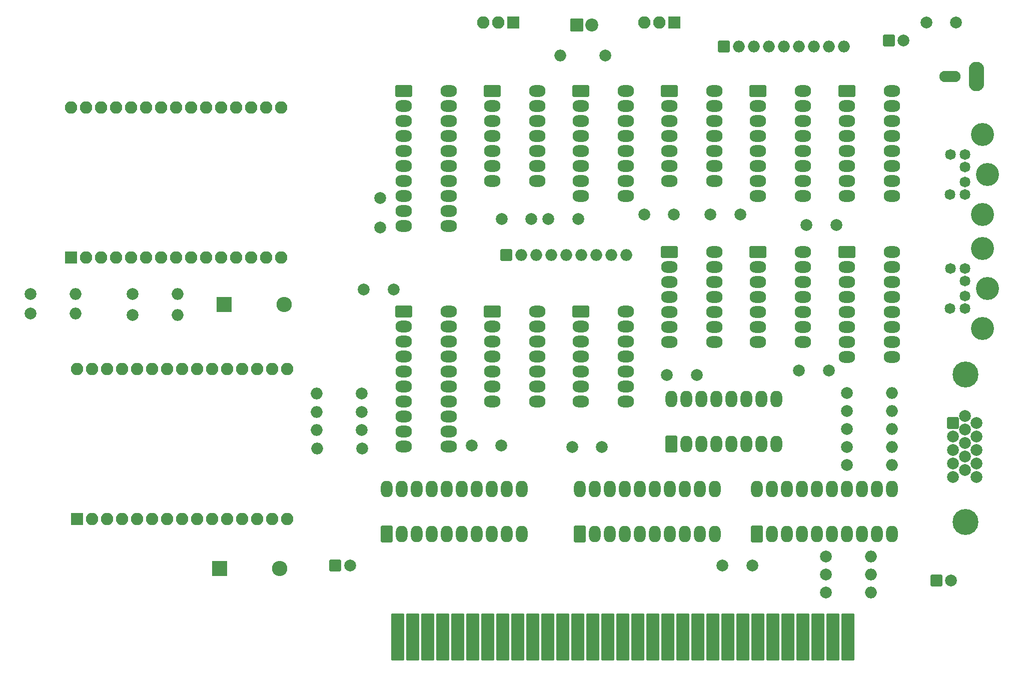
<source format=gbr>
%TF.GenerationSoftware,KiCad,Pcbnew,8.0.6*%
%TF.CreationDate,2025-06-14T16:57:26-05:00*%
%TF.ProjectId,DUALESP,4455414c-4553-4502-9e6b-696361645f70,V1*%
%TF.SameCoordinates,Original*%
%TF.FileFunction,Soldermask,Top*%
%TF.FilePolarity,Negative*%
%FSLAX46Y46*%
G04 Gerber Fmt 4.6, Leading zero omitted, Abs format (unit mm)*
G04 Created by KiCad (PCBNEW 8.0.6) date 2025-06-14 16:57:26*
%MOMM*%
%LPD*%
G01*
G04 APERTURE LIST*
G04 Aperture macros list*
%AMRoundRect*
0 Rectangle with rounded corners*
0 $1 Rounding radius*
0 $2 $3 $4 $5 $6 $7 $8 $9 X,Y pos of 4 corners*
0 Add a 4 corners polygon primitive as box body*
4,1,4,$2,$3,$4,$5,$6,$7,$8,$9,$2,$3,0*
0 Add four circle primitives for the rounded corners*
1,1,$1+$1,$2,$3*
1,1,$1+$1,$4,$5*
1,1,$1+$1,$6,$7*
1,1,$1+$1,$8,$9*
0 Add four rect primitives between the rounded corners*
20,1,$1+$1,$2,$3,$4,$5,0*
20,1,$1+$1,$4,$5,$6,$7,0*
20,1,$1+$1,$6,$7,$8,$9,0*
20,1,$1+$1,$8,$9,$2,$3,0*%
G04 Aperture macros list end*
%ADD10RoundRect,0.200000X0.800000X-1.200000X0.800000X1.200000X-0.800000X1.200000X-0.800000X-1.200000X0*%
%ADD11O,2.000000X2.800000*%
%ADD12RoundRect,0.200000X0.850000X-0.850000X0.850000X0.850000X-0.850000X0.850000X-0.850000X-0.850000X0*%
%ADD13O,2.100000X2.100000*%
%ADD14C,2.000000*%
%ADD15O,2.000000X2.000000*%
%ADD16RoundRect,0.200000X-1.200000X-0.800000X1.200000X-0.800000X1.200000X0.800000X-1.200000X0.800000X0*%
%ADD17O,2.800000X2.000000*%
%ADD18RoundRect,0.200000X-0.800000X-0.800000X0.800000X-0.800000X0.800000X0.800000X-0.800000X0.800000X0*%
%ADD19RoundRect,0.200000X-0.850000X0.850000X-0.850000X-0.850000X0.850000X-0.850000X0.850000X0.850000X0*%
%ADD20RoundRect,0.200000X-1.100000X-1.100000X1.100000X-1.100000X1.100000X1.100000X-1.100000X1.100000X0*%
%ADD21O,2.600000X2.600000*%
%ADD22O,2.604000X5.004000*%
%ADD23O,3.604000X1.904000*%
%ADD24C,4.400000*%
%ADD25RoundRect,0.200000X0.800000X-0.800000X0.800000X0.800000X-0.800000X0.800000X-0.800000X-0.800000X0*%
%ADD26C,1.822400*%
%ADD27C,3.897580*%
%ADD28RoundRect,0.200000X-0.890000X-3.810000X0.890000X-3.810000X0.890000X3.810000X-0.890000X3.810000X0*%
%ADD29RoundRect,0.200000X-0.900000X-0.900000X0.900000X-0.900000X0.900000X0.900000X-0.900000X0.900000X0*%
%ADD30C,2.200000*%
G04 APERTURE END LIST*
D10*
%TO.C,U9*%
X144840000Y-125000000D03*
D11*
X147380000Y-125000000D03*
X149920000Y-125000000D03*
X152460000Y-125000000D03*
X155000000Y-125000000D03*
X157540000Y-125000000D03*
X160080000Y-125000000D03*
X162620000Y-125000000D03*
X165160000Y-125000000D03*
X167700000Y-125000000D03*
X167700000Y-117380000D03*
X165160000Y-117380000D03*
X162620000Y-117380000D03*
X160080000Y-117380000D03*
X157540000Y-117380000D03*
X155000000Y-117380000D03*
X152460000Y-117380000D03*
X149920000Y-117380000D03*
X147380000Y-117380000D03*
X144840000Y-117380000D03*
%TD*%
D12*
%TO.C,U16*%
X58699400Y-78155800D03*
D13*
X61239400Y-78155800D03*
X63779400Y-78155800D03*
X66319400Y-78155800D03*
X68859400Y-78155800D03*
X71399400Y-78155800D03*
X73939400Y-78155800D03*
X76479400Y-78155800D03*
X79019400Y-78155800D03*
X81559400Y-78155800D03*
X84099400Y-78155800D03*
X86639400Y-78155800D03*
X89179400Y-78155800D03*
X91719400Y-78155800D03*
X94259400Y-78155800D03*
X94259400Y-52715800D03*
X91719400Y-52715800D03*
X89179400Y-52715800D03*
X86639400Y-52715800D03*
X84099400Y-52715800D03*
X81559400Y-52715800D03*
X79019400Y-52715800D03*
X76479400Y-52715800D03*
X73939400Y-52715800D03*
X71399400Y-52715800D03*
X68859400Y-52715800D03*
X66319400Y-52715800D03*
X63779400Y-52715800D03*
X61239400Y-52715800D03*
X58699400Y-52715800D03*
%TD*%
D14*
%TO.C,R6*%
X107899200Y-101193600D03*
D15*
X100279200Y-101193600D03*
%TD*%
D14*
%TO.C,R20*%
X69088000Y-87884000D03*
D15*
X76708000Y-87884000D03*
%TD*%
D16*
%TO.C,U12*%
X115000000Y-49920000D03*
D17*
X115000000Y-52460000D03*
X115000000Y-55000000D03*
X115000000Y-57540000D03*
X115000000Y-60080000D03*
X115000000Y-62620000D03*
X115000000Y-65160000D03*
X115000000Y-67700000D03*
X115000000Y-70240000D03*
X115000000Y-72780000D03*
X122620000Y-72780000D03*
X122620000Y-70240000D03*
X122620000Y-67700000D03*
X122620000Y-65160000D03*
X122620000Y-62620000D03*
X122620000Y-60080000D03*
X122620000Y-57540000D03*
X122620000Y-55000000D03*
X122620000Y-52460000D03*
X122620000Y-49920000D03*
%TD*%
D16*
%TO.C,U7*%
X175000000Y-77220000D03*
D17*
X175000000Y-79760000D03*
X175000000Y-82300000D03*
X175000000Y-84840000D03*
X175000000Y-87380000D03*
X175000000Y-89920000D03*
X175000000Y-92460000D03*
X182620000Y-92460000D03*
X182620000Y-89920000D03*
X182620000Y-87380000D03*
X182620000Y-84840000D03*
X182620000Y-82300000D03*
X182620000Y-79760000D03*
X182620000Y-77220000D03*
%TD*%
D16*
%TO.C,U14*%
X145000000Y-49920000D03*
D17*
X145000000Y-52460000D03*
X145000000Y-55000000D03*
X145000000Y-57540000D03*
X145000000Y-60080000D03*
X145000000Y-62620000D03*
X145000000Y-65160000D03*
X145000000Y-67700000D03*
X152620000Y-67700000D03*
X152620000Y-65160000D03*
X152620000Y-62620000D03*
X152620000Y-60080000D03*
X152620000Y-57540000D03*
X152620000Y-55000000D03*
X152620000Y-52460000D03*
X152620000Y-49920000D03*
%TD*%
D18*
%TO.C,C14*%
X103418000Y-130302000D03*
D14*
X105918000Y-130302000D03*
%TD*%
D19*
%TO.C,J4*%
X160782000Y-38354000D03*
D13*
X158242000Y-38354000D03*
X155702000Y-38354000D03*
%TD*%
D14*
%TO.C,C4*%
X143510000Y-110236000D03*
X148510000Y-110236000D03*
%TD*%
%TO.C,R7*%
X107933200Y-104291000D03*
D15*
X100313200Y-104291000D03*
%TD*%
D14*
%TO.C,R13*%
X186436000Y-134874000D03*
D15*
X194056000Y-134874000D03*
%TD*%
D16*
%TO.C,U3*%
X115000000Y-87300000D03*
D17*
X115000000Y-89840000D03*
X115000000Y-92380000D03*
X115000000Y-94920000D03*
X115000000Y-97460000D03*
X115000000Y-100000000D03*
X115000000Y-102540000D03*
X115000000Y-105080000D03*
X115000000Y-107620000D03*
X115000000Y-110160000D03*
X122620000Y-110160000D03*
X122620000Y-107620000D03*
X122620000Y-105080000D03*
X122620000Y-102540000D03*
X122620000Y-100000000D03*
X122620000Y-97460000D03*
X122620000Y-94920000D03*
X122620000Y-92380000D03*
X122620000Y-89840000D03*
X122620000Y-87300000D03*
%TD*%
D14*
%TO.C,R15*%
X186436000Y-128778000D03*
D15*
X194056000Y-128778000D03*
%TD*%
D19*
%TO.C,J3*%
X133596000Y-38332000D03*
D13*
X131056000Y-38332000D03*
X128516000Y-38332000D03*
%TD*%
D20*
%TO.C,D3*%
X84582000Y-86106000D03*
D21*
X94742000Y-86106000D03*
%TD*%
D20*
%TO.C,D2*%
X83820000Y-130810000D03*
D21*
X93980000Y-130810000D03*
%TD*%
D22*
%TO.C,J9*%
X212000000Y-47500000D03*
D23*
X207500000Y-47500000D03*
%TD*%
D18*
%TO.C,RR1*%
X169164000Y-42418000D03*
D15*
X171704000Y-42418000D03*
X174244000Y-42418000D03*
X176784000Y-42418000D03*
X179324000Y-42418000D03*
X181864000Y-42418000D03*
X184404000Y-42418000D03*
X186944000Y-42418000D03*
X189484000Y-42418000D03*
%TD*%
D24*
%TO.C,J5*%
X210070000Y-122960000D03*
X210070000Y-97960000D03*
D25*
X208020000Y-106145000D03*
D14*
X208020000Y-108435000D03*
X208020000Y-110725000D03*
X208020000Y-113015000D03*
X208020000Y-115305000D03*
X210000000Y-105000000D03*
X210000000Y-107290000D03*
X210000000Y-109580000D03*
X210000000Y-111870000D03*
X210000000Y-114160000D03*
X211980000Y-106145000D03*
X211980000Y-108435000D03*
X211980000Y-110725000D03*
X211980000Y-113015000D03*
X211980000Y-115305000D03*
%TD*%
%TO.C,R1*%
X149098000Y-43942000D03*
D15*
X141478000Y-43942000D03*
%TD*%
D14*
%TO.C,R9*%
X107950000Y-110490000D03*
D15*
X100330000Y-110490000D03*
%TD*%
D14*
%TO.C,C3*%
X155748000Y-70890000D03*
X160748000Y-70890000D03*
%TD*%
%TO.C,R14*%
X186470000Y-131850000D03*
D15*
X194090000Y-131850000D03*
%TD*%
D14*
%TO.C,C7*%
X139526000Y-71628000D03*
X144526000Y-71628000D03*
%TD*%
D10*
%TO.C,U10*%
X160274000Y-109728000D03*
D11*
X162814000Y-109728000D03*
X165354000Y-109728000D03*
X167894000Y-109728000D03*
X170434000Y-109728000D03*
X172974000Y-109728000D03*
X175514000Y-109728000D03*
X178054000Y-109728000D03*
X178054000Y-102108000D03*
X175514000Y-102108000D03*
X172974000Y-102108000D03*
X170434000Y-102108000D03*
X167894000Y-102108000D03*
X165354000Y-102108000D03*
X162814000Y-102108000D03*
X160274000Y-102108000D03*
%TD*%
D26*
%TO.C,J7*%
X210000020Y-62803560D03*
X210000020Y-65399440D03*
X210000020Y-60702980D03*
X210000020Y-67500020D03*
X207551460Y-60702980D03*
X207500660Y-67500020D03*
D27*
X212999760Y-70901080D03*
X213797320Y-64101500D03*
X212999760Y-57352720D03*
%TD*%
D28*
%TO.C,J6*%
X190220600Y-142443200D03*
X187680600Y-142443200D03*
X185140600Y-142443200D03*
X182600600Y-142443200D03*
X180060600Y-142443200D03*
X177520600Y-142443200D03*
X174980600Y-142443200D03*
X172440600Y-142443200D03*
X169900600Y-142443200D03*
X167360600Y-142443200D03*
X164820600Y-142443200D03*
X162280600Y-142443200D03*
X159740600Y-142443200D03*
X157200600Y-142443200D03*
X154660600Y-142443200D03*
X152120600Y-142443200D03*
X149580600Y-142443200D03*
X147040600Y-142443200D03*
X144500600Y-142443200D03*
X141960600Y-142443200D03*
X139420600Y-142443200D03*
X136880600Y-142443200D03*
X134340600Y-142443200D03*
X131800600Y-142443200D03*
X129260600Y-142443200D03*
X126720600Y-142443200D03*
X124180600Y-142443200D03*
X121640600Y-142443200D03*
X119100600Y-142443200D03*
X116560600Y-142443200D03*
X114020600Y-142443200D03*
%TD*%
D14*
%TO.C,R10*%
X189992000Y-107188000D03*
D15*
X197612000Y-107188000D03*
%TD*%
D10*
%TO.C,U2*%
X174760000Y-125000000D03*
D11*
X177300000Y-125000000D03*
X179840000Y-125000000D03*
X182380000Y-125000000D03*
X184920000Y-125000000D03*
X187460000Y-125000000D03*
X190000000Y-125000000D03*
X192540000Y-125000000D03*
X195080000Y-125000000D03*
X197620000Y-125000000D03*
X197620000Y-117380000D03*
X195080000Y-117380000D03*
X192540000Y-117380000D03*
X190000000Y-117380000D03*
X187460000Y-117380000D03*
X184920000Y-117380000D03*
X182380000Y-117380000D03*
X179840000Y-117380000D03*
X177300000Y-117380000D03*
X174760000Y-117380000D03*
%TD*%
D14*
%TO.C,C15*%
X203500000Y-38378000D03*
X208500000Y-38378000D03*
%TD*%
D18*
%TO.C,C16*%
X197104000Y-41402000D03*
D14*
X199604000Y-41402000D03*
%TD*%
%TO.C,C10*%
X181944000Y-97282000D03*
X186944000Y-97282000D03*
%TD*%
%TO.C,C12*%
X168990000Y-130302000D03*
X173990000Y-130302000D03*
%TD*%
%TO.C,R16*%
X189992000Y-113284000D03*
D15*
X197612000Y-113284000D03*
%TD*%
D18*
%TO.C,RR2*%
X132334000Y-77724000D03*
D15*
X134874000Y-77724000D03*
X137414000Y-77724000D03*
X139954000Y-77724000D03*
X142494000Y-77724000D03*
X145034000Y-77724000D03*
X147574000Y-77724000D03*
X150114000Y-77724000D03*
X152654000Y-77724000D03*
%TD*%
D14*
%TO.C,C6*%
X166958000Y-70866000D03*
X171958000Y-70866000D03*
%TD*%
D16*
%TO.C,U17*%
X145000000Y-87300000D03*
D17*
X145000000Y-89840000D03*
X145000000Y-92380000D03*
X145000000Y-94920000D03*
X145000000Y-97460000D03*
X145000000Y-100000000D03*
X145000000Y-102540000D03*
X152620000Y-102540000D03*
X152620000Y-100000000D03*
X152620000Y-97460000D03*
X152620000Y-94920000D03*
X152620000Y-92380000D03*
X152620000Y-89840000D03*
X152620000Y-87300000D03*
%TD*%
D10*
%TO.C,U1*%
X112140000Y-125000000D03*
D11*
X114680000Y-125000000D03*
X117220000Y-125000000D03*
X119760000Y-125000000D03*
X122300000Y-125000000D03*
X124840000Y-125000000D03*
X127380000Y-125000000D03*
X129920000Y-125000000D03*
X132460000Y-125000000D03*
X135000000Y-125000000D03*
X135000000Y-117380000D03*
X132460000Y-117380000D03*
X129920000Y-117380000D03*
X127380000Y-117380000D03*
X124840000Y-117380000D03*
X122300000Y-117380000D03*
X119760000Y-117380000D03*
X117220000Y-117380000D03*
X114680000Y-117380000D03*
X112140000Y-117380000D03*
%TD*%
D14*
%TO.C,R17*%
X189992000Y-110236000D03*
D15*
X197612000Y-110236000D03*
%TD*%
D14*
%TO.C,R8*%
X107933200Y-107389800D03*
D15*
X100313200Y-107389800D03*
%TD*%
D18*
%TO.C,C13*%
X205149000Y-132835000D03*
D14*
X207649000Y-132835000D03*
%TD*%
%TO.C,R12*%
X190026000Y-101116000D03*
D15*
X197646000Y-101116000D03*
%TD*%
D12*
%TO.C,U15*%
X59690000Y-122428000D03*
D13*
X62230000Y-122428000D03*
X64770000Y-122428000D03*
X67310000Y-122428000D03*
X69850000Y-122428000D03*
X72390000Y-122428000D03*
X74930000Y-122428000D03*
X77470000Y-122428000D03*
X80010000Y-122428000D03*
X82550000Y-122428000D03*
X85090000Y-122428000D03*
X87630000Y-122428000D03*
X90170000Y-122428000D03*
X92710000Y-122428000D03*
X95250000Y-122428000D03*
X95250000Y-96988000D03*
X92710000Y-96988000D03*
X90170000Y-96988000D03*
X87630000Y-96988000D03*
X85090000Y-96988000D03*
X82550000Y-96988000D03*
X80010000Y-96988000D03*
X77470000Y-96988000D03*
X74930000Y-96988000D03*
X72390000Y-96988000D03*
X69850000Y-96988000D03*
X67310000Y-96988000D03*
X64770000Y-96988000D03*
X62230000Y-96988000D03*
X59690000Y-96988000D03*
%TD*%
D14*
%TO.C,R18*%
X51850000Y-87654000D03*
D15*
X59470000Y-87654000D03*
%TD*%
D16*
%TO.C,U5*%
X130000000Y-49920000D03*
D17*
X130000000Y-52460000D03*
X130000000Y-55000000D03*
X130000000Y-57540000D03*
X130000000Y-60080000D03*
X130000000Y-62620000D03*
X130000000Y-65160000D03*
X137620000Y-65160000D03*
X137620000Y-62620000D03*
X137620000Y-60080000D03*
X137620000Y-57540000D03*
X137620000Y-55000000D03*
X137620000Y-52460000D03*
X137620000Y-49920000D03*
%TD*%
D16*
%TO.C,U13*%
X175000000Y-49920000D03*
D17*
X175000000Y-52460000D03*
X175000000Y-55000000D03*
X175000000Y-57540000D03*
X175000000Y-60080000D03*
X175000000Y-62620000D03*
X175000000Y-65160000D03*
X175000000Y-67700000D03*
X182620000Y-67700000D03*
X182620000Y-65160000D03*
X182620000Y-62620000D03*
X182620000Y-60080000D03*
X182620000Y-57540000D03*
X182620000Y-55000000D03*
X182620000Y-52460000D03*
X182620000Y-49920000D03*
%TD*%
D14*
%TO.C,C1*%
X110998000Y-68072000D03*
X110998000Y-73072000D03*
%TD*%
%TO.C,R21*%
X69088000Y-84328000D03*
D15*
X76708000Y-84328000D03*
%TD*%
D29*
%TO.C,D1*%
X144297400Y-38811200D03*
D30*
X146837400Y-38811200D03*
%TD*%
D14*
%TO.C,C8*%
X108284000Y-83566000D03*
X113284000Y-83566000D03*
%TD*%
D26*
%TO.C,J8*%
X210000020Y-82100560D03*
X210000020Y-84696440D03*
X210000020Y-79999980D03*
X210000020Y-86797020D03*
X207551460Y-79999980D03*
X207500660Y-86797020D03*
D27*
X212999760Y-90198080D03*
X213797320Y-83398500D03*
X212999760Y-76649720D03*
%TD*%
D16*
%TO.C,U6*%
X160000000Y-49920000D03*
D17*
X160000000Y-52460000D03*
X160000000Y-55000000D03*
X160000000Y-57540000D03*
X160000000Y-60080000D03*
X160000000Y-62620000D03*
X160000000Y-65160000D03*
X167620000Y-65160000D03*
X167620000Y-62620000D03*
X167620000Y-60080000D03*
X167620000Y-57540000D03*
X167620000Y-55000000D03*
X167620000Y-52460000D03*
X167620000Y-49920000D03*
%TD*%
D14*
%TO.C,C2*%
X131618000Y-71652000D03*
X136618000Y-71652000D03*
%TD*%
D16*
%TO.C,U11*%
X190000000Y-77220000D03*
D17*
X190000000Y-79760000D03*
X190000000Y-82300000D03*
X190000000Y-84840000D03*
X190000000Y-87380000D03*
X190000000Y-89920000D03*
X190000000Y-92460000D03*
X190000000Y-95000000D03*
X197620000Y-95000000D03*
X197620000Y-92460000D03*
X197620000Y-89920000D03*
X197620000Y-87380000D03*
X197620000Y-84840000D03*
X197620000Y-82300000D03*
X197620000Y-79760000D03*
X197620000Y-77220000D03*
%TD*%
D16*
%TO.C,U8*%
X160000000Y-77220000D03*
D17*
X160000000Y-79760000D03*
X160000000Y-82300000D03*
X160000000Y-84840000D03*
X160000000Y-87380000D03*
X160000000Y-89920000D03*
X160000000Y-92460000D03*
X167620000Y-92460000D03*
X167620000Y-89920000D03*
X167620000Y-87380000D03*
X167620000Y-84840000D03*
X167620000Y-82300000D03*
X167620000Y-79760000D03*
X167620000Y-77220000D03*
%TD*%
D14*
%TO.C,R19*%
X51816000Y-84328000D03*
D15*
X59436000Y-84328000D03*
%TD*%
D16*
%TO.C,U4*%
X130000000Y-87300000D03*
D17*
X130000000Y-89840000D03*
X130000000Y-92380000D03*
X130000000Y-94920000D03*
X130000000Y-97460000D03*
X130000000Y-100000000D03*
X130000000Y-102540000D03*
X137620000Y-102540000D03*
X137620000Y-100000000D03*
X137620000Y-97460000D03*
X137620000Y-94920000D03*
X137620000Y-92380000D03*
X137620000Y-89840000D03*
X137620000Y-87300000D03*
%TD*%
D16*
%TO.C,SW1*%
X190000000Y-49920000D03*
D17*
X190000000Y-52460000D03*
X190000000Y-55000000D03*
X190000000Y-57540000D03*
X190000000Y-60080000D03*
X190000000Y-62620000D03*
X190000000Y-65160000D03*
X190000000Y-67700000D03*
X197620000Y-67700000D03*
X197620000Y-65160000D03*
X197620000Y-62620000D03*
X197620000Y-60080000D03*
X197620000Y-57540000D03*
X197620000Y-55000000D03*
X197620000Y-52460000D03*
X197620000Y-49920000D03*
%TD*%
D14*
%TO.C,C5*%
X126538000Y-110006000D03*
X131538000Y-110006000D03*
%TD*%
%TO.C,C9*%
X159592000Y-98044000D03*
X164592000Y-98044000D03*
%TD*%
%TO.C,C11*%
X183214000Y-72644000D03*
X188214000Y-72644000D03*
%TD*%
%TO.C,R11*%
X189992000Y-104140000D03*
D15*
X197612000Y-104140000D03*
%TD*%
M02*

</source>
